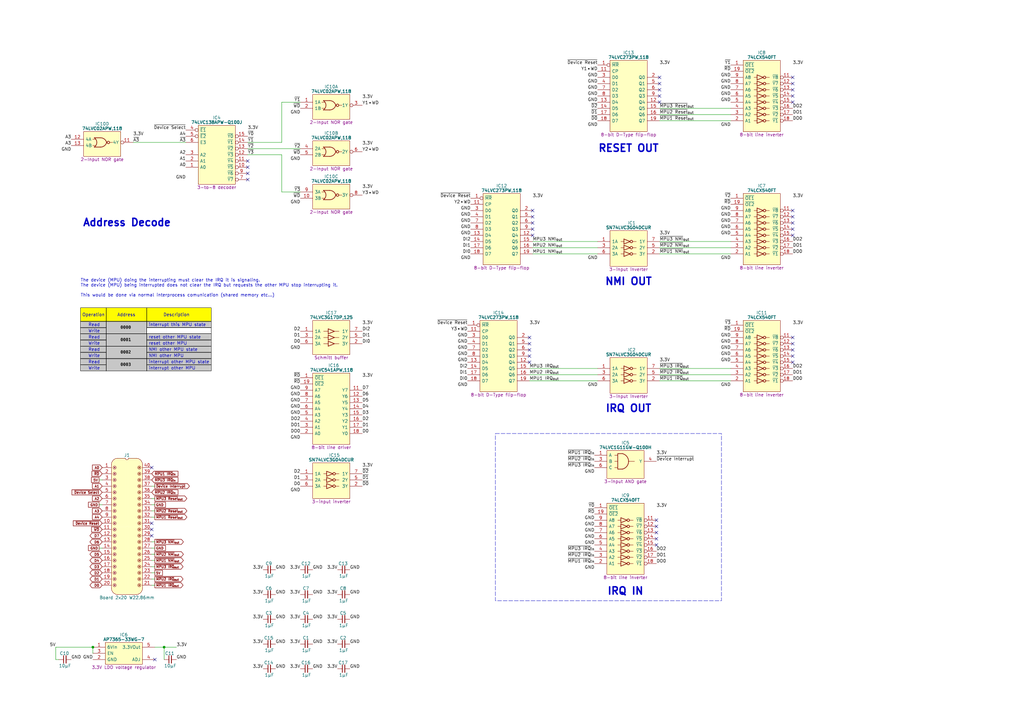
<source format=kicad_sch>
(kicad_sch (version 20250114) (generator "eeschema") (generator_version "9.0")
  (paper "A3")
  (title_block (title "Processor Full Device") (date "2025-09-17") (rev "V0"))
  (rectangle (start 60.198 149.606) (end 86.614 152.146) (stroke (width 0) (color 0 0 0 1)) (fill (type color) (color 199 199 199 1)))
  (rectangle (start 33.02 147.066) (end 43.561 149.606) (stroke (width 0) (color 0 0 0 1)) (fill (type color) (color 199 199 199 1)))
  (rectangle (start 43.561 136.906) (end 60.198 141.986) (stroke (width 0) (color 0 0 0 1)) (fill (type color) (color 199 199 199 1)))
  (rectangle (start 60.198 144.526) (end 86.614 147.066) (stroke (width 0) (color 0 0 0 1)) (fill (type color) (color 199 199 199 1)))
  (rectangle (start 203.2 177.8) (end 295.91 246.38) (stroke (width 0) (type dash)))
  (rectangle (start 60.198 136.906) (end 86.614 139.446) (stroke (width 0) (color 0 0 0 1)) (fill (type color) (color 199 199 199 1)))
  (rectangle (start 33.02 126.238) (end 43.561 131.826) (stroke (width 0) (color 0 0 0 1)) (fill (type color) (color 255 252 0 1)))
  (rectangle (start 60.198 131.826) (end 86.614 134.366) (stroke (width 0) (color 0 0 0 1)) (fill (type color) (color 199 199 199 1)))
  (rectangle (start 60.198 126.238) (end 86.614 131.826) (stroke (width 0) (color 0 0 0 1)) (fill (type color) (color 255 252 0 1)))
  (rectangle (start 60.198 147.066) (end 86.614 149.606) (stroke (width 0) (color 0 0 0 1)) (fill (type color) (color 199 199 199 1)))
  (rectangle (start 43.561 131.826) (end 60.198 136.906) (stroke (width 0) (color 0 0 0 1)) (fill (type color) (color 199 199 199 1)))
  (rectangle (start 33.02 136.906) (end 43.561 139.446) (stroke (width 0) (color 0 0 0 1)) (fill (type color) (color 199 199 199 1)))
  (rectangle (start 43.561 141.986) (end 60.198 147.066) (stroke (width 0) (color 0 0 0 1)) (fill (type color) (color 199 199 199 1)))
  (rectangle (start 33.02 141.986) (end 43.561 144.526) (stroke (width 0) (color 0 0 0 1)) (fill (type color) (color 199 199 199 1)))
  (rectangle (start 60.198 141.986) (end 86.614 144.526) (stroke (width 0) (color 0 0 0 1)) (fill (type color) (color 199 199 199 1)))
  (rectangle (start 33.02 149.606) (end 43.561 152.146) (stroke (width 0) (color 0 0 0 1)) (fill (type color) (color 199 199 199 1)))
  (rectangle (start 60.198 134.366) (end 86.614 136.906) (stroke (width 0) (color 0 0 0 1)))
  (rectangle (start 33.02 134.366) (end 43.561 136.906) (stroke (width 0) (color 0 0 0 1)) (fill (type color) (color 199 199 199 1)))
  (rectangle (start 33.02 139.446) (end 43.561 141.986) (stroke (width 0) (color 0 0 0 1)) (fill (type color) (color 199 199 199 1)))
  (rectangle (start 33.02 131.826) (end 43.561 134.366) (stroke (width 0) (color 0 0 0 1)) (fill (type color) (color 199 199 199 1)))
  (rectangle (start 33.02 144.526) (end 43.561 147.066) (stroke (width 0) (color 0 0 0 1)) (fill (type color) (color 199 199 199 1)))
  (rectangle (start 43.561 147.066) (end 60.198 152.146) (stroke (width 0) (color 0 0 0 1)) (fill (type color) (color 199 199 199 1)))
  (rectangle (start 60.198 139.446) (end 86.614 141.986) (stroke (width 0) (color 0 0 0 1)) (fill (type color) (color 199 199 199 1)))
  (rectangle (start 43.561 126.238) (end 60.198 131.826) (stroke (width 0) (color 0 0 0 1)) (fill (type color) (color 255 252 0 1)))
  (text "interrupt other MPU" (at 60.96 151.13 0) (effects (font (size 1.27 1.27)) (justify left)))
  (text "Operation" (at 38.354 129.286 0) (effects (font (size 1.27 1.27))))
  (text "Read" (at 38.608 133.35 0) (effects (font (size 1.27 1.27))))
  (text "Address Decode" (at 52.07 91.44 0) (effects (font (size 3 3) (thickness 0.6) (bold yes))))
  (text "0001" (at 51.562 139.954 0) (effects (font (size 1.27 1.27) (thickness 0.254) (bold yes))))
  (text "Read" (at 38.608 148.59 0) (effects (font (size 1.27 1.27))))
  (text "Write" (at 38.608 151.13 0) (effects (font (size 1.27 1.27))))
  (text "reset other MPU" (at 60.96 140.97 0) (effects (font (size 1.27 1.27)) (justify left)))
  (text "NMI other MPU state" (at 60.96 143.51 0) (effects (font (size 1.27 1.27)) (justify left)))
  (text "Read" (at 38.608 143.51 0) (effects (font (size 1.27 1.27))))
  (text "interrupt this MPU state" (at 60.96 133.35 0) (effects (font (size 1.27 1.27)) (justify left)))
  (text "IRQ IN" (at 256.54 242.57 0) (effects (font (size 3 3) (thickness 0.6) (bold yes))))
  (text "Address" (at 51.816 129.286 0) (effects (font (size 1.27 1.27))))
  (text "The device (MPU) doing the interrupting must clear the IRQ it is signaling.\nThe device (MPU) being interrupted does not clear the IRQ but requests the other MPU stop interrupting it.\n\nThis would be done via normal interprocess comunication (shared memory etc...)" (at 33.02 118.11 0) (effects (font (size 1.27 1.27)) (justify left)))
  (text "Write" (at 38.608 146.05 0) (effects (font (size 1.27 1.27))))
  (text "Write" (at 38.608 135.89 0) (effects (font (size 1.27 1.27))))
  (text "NMI OUT" (at 257.81 115.57 0) (effects (font (size 3 3) (thickness 0.6) (bold yes))))
  (text "Read" (at 38.608 138.43 0) (effects (font (size 1.27 1.27))))
  (text "interrupt other MPU state" (at 60.96 148.59 0) (effects (font (size 1.27 1.27)) (justify left)))
  (text "0003" (at 51.562 150.114 0) (effects (font (size 1.27 1.27) (thickness 0.254) (bold yes))))
  (text "NMI other MPU" (at 60.96 146.05 0) (effects (font (size 1.27 1.27)) (justify left)))
  (text "RESET OUT" (at 257.81 60.96 0) (effects (font (size 3 3) (thickness 0.6) (bold yes))))
  (text "Write" (at 38.608 140.97 0) (effects (font (size 1.27 1.27))))
  (text "IRQ OUT" (at 257.81 167.64 0) (effects (font (size 3 3) (thickness 0.6) (bold yes))))
  (text "0000" (at 51.562 134.874 0) (effects (font (size 1.27 1.27) (thickness 0.254) (bold yes))))
  (text "0002" (at 51.562 145.034 0) (effects (font (size 1.27 1.27) (thickness 0.254) (bold yes))))
  (text "reset other MPU state" (at 60.96 138.43 0) (effects (font (size 1.27 1.27)) (justify left)))
  (text "Description" (at 72.39 129.286 0) (effects (font (size 1.27 1.27))))
  (junction (at 38.1 265.43))
  (junction (at 67.31 265.43))
  (no_connect (at 101.6 71.12))
  (no_connect (at 325.12 140.97))
  (no_connect (at 325.12 96.52))
  (no_connect (at 325.12 36.83))
  (no_connect (at 101.6 68.58))
  (no_connect (at 269.24 220.98))
  (no_connect (at 325.12 143.51))
  (no_connect (at 325.12 148.59))
  (no_connect (at 325.12 93.98))
  (no_connect (at 63.5 270.51))
  (no_connect (at 218.44 93.98))
  (no_connect (at 101.6 66.04))
  (no_connect (at 325.12 86.36))
  (no_connect (at 325.12 88.9))
  (no_connect (at 218.44 96.52))
  (no_connect (at 270.51 39.37))
  (no_connect (at 217.17 146.05))
  (no_connect (at 325.12 138.43))
  (no_connect (at 217.17 148.59))
  (no_connect (at 62.23 217.17))
  (no_connect (at 325.12 39.37))
  (no_connect (at 325.12 91.44))
  (no_connect (at 269.24 218.44))
  (no_connect (at 325.12 34.29))
  (no_connect (at 218.44 91.44))
  (no_connect (at 269.24 213.36))
  (no_connect (at 218.44 86.36))
  (no_connect (at 270.51 34.29))
  (no_connect (at 325.12 41.91))
  (no_connect (at 62.23 219.71))
  (no_connect (at 217.17 143.51))
  (no_connect (at 270.51 36.83))
  (no_connect (at 270.51 31.75))
  (no_connect (at 269.24 223.52))
  (no_connect (at 325.12 146.05))
  (no_connect (at 269.24 215.9))
  (no_connect (at 217.17 140.97))
  (no_connect (at 218.44 88.9))
  (no_connect (at 325.12 31.75))
  (no_connect (at 62.23 191.77))
  (no_connect (at 101.6 73.66))
  (no_connect (at 217.17 138.43))
  (no_connect (at 62.23 214.63))
  (no_connect (at 270.51 41.91))
  (wire (pts (xy 270.51 44.45) (xy 299.72 44.45)))
  (wire (pts (xy 217.17 153.67) (xy 245.11 153.67)))
  (wire (pts (xy 115.57 58.42) (xy 115.57 41.91)))
  (wire (pts (xy 63.5 240.03) (xy 62.23 240.03)))
  (wire (pts (xy 67.31 270.51) (xy 67.31 265.43)))
  (wire (pts (xy 115.57 78.74) (xy 115.57 63.5)))
  (wire (pts (xy 270.51 153.67) (xy 299.72 153.67)))
  (wire (pts (xy 63.5 204.47) (xy 62.23 204.47)))
  (wire (pts (xy 22.86 265.43) (xy 38.1 265.43)))
  (wire (pts (xy 270.51 104.14) (xy 299.72 104.14)))
  (wire (pts (xy 115.57 41.91) (xy 123.19 41.91)))
  (wire (pts (xy 63.5 229.87) (xy 62.23 229.87)))
  (wire (pts (xy 38.1 265.43) (xy 38.1 267.97)))
  (wire (pts (xy 63.5 232.41) (xy 62.23 232.41)))
  (wire (pts (xy 63.5 234.95) (xy 62.23 234.95)))
  (wire (pts (xy 123.19 78.74) (xy 115.57 78.74)))
  (wire (pts (xy 40.64 207.01) (xy 41.91 207.01)))
  (wire (pts (xy 63.5 227.33) (xy 62.23 227.33)))
  (wire (pts (xy 101.6 58.42) (xy 115.57 58.42)))
  (wire (pts (xy 63.5 237.49) (xy 62.23 237.49)))
  (wire (pts (xy 63.5 265.43) (xy 67.31 265.43)))
  (wire (pts (xy 62.23 224.79) (xy 63.5 224.79)))
  (wire (pts (xy 63.5 199.39) (xy 62.23 199.39)))
  (wire (pts (xy 218.44 99.06) (xy 245.11 99.06)))
  (wire (pts (xy 270.51 101.6) (xy 299.72 101.6)))
  (wire (pts (xy 54.61 58.42) (xy 76.2 58.42)))
  (wire (pts (xy 270.51 151.13) (xy 299.72 151.13)))
  (wire (pts (xy 63.5 222.25) (xy 62.23 222.25)))
  (wire (pts (xy 22.86 265.43) (xy 22.86 270.51)))
  (wire (pts (xy 62.23 207.01) (xy 63.5 207.01)))
  (wire (pts (xy 217.17 156.21) (xy 245.11 156.21)))
  (wire (pts (xy 270.51 99.06) (xy 299.72 99.06)))
  (wire (pts (xy 40.64 224.79) (xy 41.91 224.79)))
  (wire (pts (xy 63.5 209.55) (xy 62.23 209.55)))
  (wire (pts (xy 63.5 212.09) (xy 62.23 212.09)))
  (wire (pts (xy 270.51 49.53) (xy 299.72 49.53)))
  (wire (pts (xy 270.51 156.21) (xy 299.72 156.21)))
  (wire (pts (xy 22.86 270.51) (xy 24.13 270.51)))
  (wire (pts (xy 115.57 63.5) (xy 101.6 63.5)))
  (wire (pts (xy 40.64 196.85) (xy 41.91 196.85)))
  (wire (pts (xy 270.51 46.99) (xy 299.72 46.99)))
  (wire (pts (xy 67.31 265.43) (xy 72.39 265.43)))
  (wire (pts (xy 217.17 151.13) (xy 245.11 151.13)))
  (wire (pts (xy 101.6 60.96) (xy 123.19 60.96)))
  (wire (pts (xy 218.44 101.6) (xy 245.11 101.6)))
  (wire (pts (xy 218.44 104.14) (xy 245.11 104.14)))
  (label "GND" (at 243.84 220.98 180))
  (label "DI0" (at 148.59 140.97 0))
  (label "3.3V" (at 107.95 264.16 180))
  (label "3.3V" (at 270.51 96.52 0))
  (label "3.3V" (at 270.51 26.67 0))
  (label "~{MPU3 IRQ}_{in}" (at 243.84 191.77 180))
  (label "~{D2}" (at 245.11 44.45 180))
  (label "GND" (at 143.51 233.68 0))
  (label "DI1" (at 191.77 153.67 180))
  (label "D5" (at 148.59 165.1 0))
  (label "GND" (at 299.72 52.07 180))
  (label "A0" (at 76.2 68.58 180))
  (label "~{Y0}" (at 243.84 208.28 180))
  (label "3.3V" (at 138.43 243.84 180))
  (label "GND" (at 299.72 143.51 180))
  (label "~{Y2}" (at 299.72 81.28 180))
  (label "~{MPU1 IRQ}_{in}" (at 243.84 231.14 180))
  (label "DO1" (at 123.19 175.26 180))
  (label "DI2" (at 191.77 151.13 180))
  (label "~{RD}" (at 299.72 29.21 180))
  (label "~{MPU1 IRQ}_{out}" (at 270.51 156.21 0))
  (label "~{MPU3 IRQ}_{out}" (at 270.51 151.13 0))
  (label "D1" (at 123.19 138.43 180))
  (label "DO1" (at 325.12 101.6 0))
  (label "DI1" (at 148.59 138.43 0))
  (label "GND" (at 299.72 96.52 180))
  (label "GND" (at 143.51 274.32 0))
  (label "GND" (at 243.84 215.9 180))
  (label "3.3V" (at 269.24 186.69 0))
  (label "GND" (at 72.39 270.51 0))
  (label "A1" (at 76.2 66.04 180))
  (label "GND" (at 143.51 264.16 0))
  (label "D4" (at 148.59 167.64 0))
  (label "GND" (at 123.19 83.82 180))
  (label "~{MPU2 Reset}_{out}" (at 270.51 46.99 0))
  (label "Y3•WD" (at 191.77 135.89 180))
  (label "3.3V" (at 270.51 148.59 0))
  (label "D0" (at 123.19 199.39 180))
  (label "GND" (at 128.27 274.32 0))
  (label "D6" (at 148.59 162.56 0))
  (label "D0" (at 148.59 177.8 0))
  (label "MPU2 IRQ_{out}" (at 217.17 153.67 0))
  (label "DO0" (at 325.12 49.53 0))
  (label "GND" (at 113.03 243.84 0))
  (label "3.3V" (at 101.6 53.34 0))
  (label "~{Device Reset}" (at 191.77 133.35 180))
  (label "3.3V" (at 217.17 133.35 0))
  (label "GND" (at 191.77 158.75 180))
  (label "3.3V" (at 107.95 233.68 180))
  (label "GND" (at 245.11 52.07 180))
  (label "GND" (at 29.21 270.51 0))
  (label "5V" (at 22.86 265.43 180))
  (label "GND" (at 299.72 91.44 180))
  (label "GND" (at 299.72 148.59 180))
  (label "~{Y1}" (at 123.19 41.91 180))
  (label "GND" (at 143.51 243.84 0))
  (label "3.3V" (at 107.95 274.32 180))
  (label "~{D2}" (at 148.59 194.31 0))
  (label "DO1" (at 325.12 46.99 0))
  (label "3.3V" (at 138.43 233.68 180))
  (label "GND" (at 299.72 31.75 180))
  (label "DO0" (at 269.24 231.14 0))
  (label "GND" (at 193.04 91.44 180))
  (label "GND" (at 191.77 138.43 180))
  (label "~{RD}" (at 299.72 83.82 180))
  (label "D2" (at 123.19 194.31 180))
  (label "~{MPU3 Reset}_{out}" (at 270.51 44.45 0))
  (label "GND" (at 123.19 201.93 180))
  (label "DO1" (at 325.12 153.67 0))
  (label "GND" (at 113.03 233.68 0))
  (label "D3" (at 148.59 170.18 0))
  (label "DO2" (at 269.24 226.06 0))
  (label "3.3V" (at 123.19 233.68 180))
  (label "~{RD}" (at 123.19 154.94 180))
  (label "GND" (at 245.11 39.37 180))
  (label "~{Y1}" (at 101.6 58.42 0))
  (label "GND" (at 123.19 180.34 180))
  (label "GND" (at 299.72 93.98 180))
  (label "GND" (at 38.1 270.51 180))
  (label "GND" (at 243.84 213.36 180))
  (label "~{Y0}" (at 101.6 55.88 0))
  (label "3.3V" (at 325.12 26.67 0))
  (label "Y2•WD" (at 148.59 62.23 0))
  (label "3.3V" (at 138.43 254 180))
  (label "GND" (at 245.11 158.75 180))
  (label "D7" (at 148.59 160.02 0))
  (label "GND" (at 299.72 138.43 180))
  (label "~{MPU2 IRQ}_{in}" (at 243.84 228.6 180))
  (label "GND" (at 299.72 158.75 180))
  (label "GND" (at 123.19 162.56 180))
  (label "~{MPU2 NMI}_{out}" (at 270.51 101.6 0))
  (label "DO1" (at 269.24 228.6 0))
  (label "~{RD}" (at 243.84 210.82 180))
  (label "DO0" (at 325.12 104.14 0))
  (label "3.3V" (at 107.95 243.84 180))
  (label "GND" (at 191.77 146.05 180))
  (label "~{WD}" (at 123.19 63.5 180))
  (label "MPU1 IRQ_{out}" (at 217.17 156.21 0))
  (label "GND" (at 113.03 254 0))
  (label "~{D1}" (at 245.11 46.99 180))
  (label "GND" (at 193.04 88.9 180))
  (label "~{MPU3 NMI}_{out}" (at 270.51 99.06 0))
  (label "~{MPU1 IRQ}_{in}" (at 243.84 186.69 180))
  (label "DI0" (at 193.04 104.14 180))
  (label "GND" (at 193.04 86.36 180))
  (label "GND" (at 113.03 274.32 0))
  (label "GND" (at 128.27 233.68 0))
  (label "~{D0}" (at 245.11 49.53 180))
  (label "~{D0}" (at 148.59 199.39 0))
  (label "Y1•WD" (at 245.11 29.21 180))
  (label "D1" (at 123.19 196.85 180))
  (label "GND" (at 243.84 194.31 180))
  (label "3.3V" (at 325.12 81.28 0))
  (label "GND" (at 299.72 146.05 180))
  (label "3.3V" (at 148.59 40.64 0))
  (label "A4" (at 76.2 55.88 180))
  (label "~{Y3}" (at 299.72 133.35 180))
  (label "~{A3}" (at 76.2 58.42 180))
  (label "DI2" (at 193.04 99.06 180))
  (label "~{Device Reset}" (at 193.04 81.28 180))
  (label "~{MPU2 IRQ}_{in}" (at 243.84 189.23 180))
  (label "~{RD}" (at 123.19 157.48 180))
  (label "~{WD}" (at 123.19 44.45 180))
  (label "DO0" (at 325.12 156.21 0))
  (label "GND" (at 299.72 36.83 180))
  (label "GND" (at 128.27 264.16 0))
  (label "GND" (at 123.19 167.64 180))
  (label "GND" (at 123.19 143.51 180))
  (label "~{RD}" (at 299.72 135.89 180))
  (label "GND" (at 245.11 36.83 180))
  (label "~{D1}" (at 148.59 196.85 0))
  (label "GND" (at 299.72 88.9 180))
  (label "GND" (at 113.03 264.16 0))
  (label "DO2" (at 325.12 99.06 0))
  (label "3.3V" (at 269.24 208.28 0))
  (label "Y2•WD" (at 193.04 83.82 180))
  (label "GND" (at 193.04 93.98 180))
  (label "~{MPU3 IRQ}_{in}" (at 243.84 226.06 180))
  (label "DI1" (at 193.04 101.6 180))
  (label "GND" (at 76.2 73.66 180))
  (label "Y1•WD" (at 148.59 43.18 0))
  (label "GND" (at 123.19 165.1 180))
  (label "3.3V" (at 148.59 154.94 0))
  (label "~{Y3}" (at 101.6 63.5 0))
  (label "3.3V" (at 72.39 265.43 0))
  (label "Y3•WD" (at 148.59 80.01 0))
  (label "3.3V" (at 218.44 81.28 0))
  (label "3.3V" (at 325.12 133.35 0))
  (label "A2" (at 76.2 63.5 180))
  (label "A3" (at 29.21 57.15 180))
  (label "GND" (at 245.11 31.75 180))
  (label "D2" (at 123.19 135.89 180))
  (label "GND" (at 123.19 46.99 180))
  (label "DO2" (at 123.19 172.72 180))
  (label "3.3V" (at 138.43 274.32 180))
  (label "3.3V" (at 148.59 133.35 0))
  (label "GND" (at 299.72 86.36 180))
  (label "GND" (at 243.84 218.44 180))
  (label "3.3V" (at 123.19 254 180))
  (label "D2" (at 148.59 172.72 0))
  (label "DO2" (at 325.12 151.13 0))
  (label "MPU2 NMI_{out}" (at 218.44 101.6 0))
  (label "GND" (at 143.51 254 0))
  (label "GND" (at 299.72 34.29 180))
  (label "3.3V" (at 138.43 264.16 180))
  (label "GND" (at 243.84 223.52 180))
  (label "D0" (at 123.19 140.97 180))
  (label "GND" (at 245.11 34.29 180))
  (label "GND" (at 245.11 106.68 180))
  (label "GND" (at 191.77 148.59 180))
  (label "3.3V" (at 148.59 191.77 0))
  (label "~{WD}" (at 123.19 81.28 180))
  (label "GND" (at 128.27 254 0))
  (label "~{Y1}" (at 299.72 26.67 180))
  (label "DO0" (at 123.19 177.8 180))
  (label "GND" (at 193.04 96.52 180))
  (label "A3" (at 29.21 59.69 180))
  (label "GND" (at 299.72 41.91 180))
  (label "~{A3}" (at 54.61 58.42 0))
  (label "~{MPU1 Reset}_{out}" (at 270.51 49.53 0))
  (label "GND" (at 299.72 140.97 180))
  (label "DI0" (at 191.77 156.21 180))
  (label "GND" (at 299.72 39.37 180))
  (label "GND" (at 243.84 233.68 180))
  (label "3.3V" (at 123.19 243.84 180))
  (label "~{Device Interrupt}" (at 269.24 189.23 0))
  (label "GND" (at 193.04 106.68 180))
  (label "MPU1 NMI_{out}" (at 218.44 104.14 0))
  (label "GND" (at 191.77 143.51 180))
  (label "GND" (at 299.72 106.68 180))
  (label "~{Device Reset}" (at 245.11 26.67 180))
  (label "MPU3 IRQ_{out}" (at 217.17 151.13 0))
  (label "D1" (at 148.59 175.26 0))
  (label "GND" (at 29.21 62.23 180))
  (label "~{MPU2 IRQ}_{out}" (at 270.51 153.67 0))
  (label "~{Device Select}" (at 76.2 53.34 180))
  (label "~{Y2}" (at 101.6 60.96 0))
  (label "~{Y2}" (at 123.19 60.96 180))
  (label "3.3V" (at 123.19 264.16 180))
  (label "DI2" (at 148.59 135.89 0))
  (label "~{Y3}" (at 123.19 78.74 180))
  (label "3.3V" (at 148.59 59.69 0))
  (label "~{MPU1 NMI}_{out}" (at 270.51 104.14 0))
  (label "MPU3 NMI_{out}" (at 218.44 99.06 0))
  (label "GND" (at 123.19 170.18 180))
  (label "DO2" (at 325.12 44.45 0))
  (label "GND" (at 128.27 243.84 0))
  (label "3.3V" (at 54.61 55.88 0))
  (label "3.3V" (at 123.19 274.32 180))
  (label "3.3V" (at 107.95 254 180))
  (label "GND" (at 245.11 41.91 180))
  (label "GND" (at 123.19 66.04 180))
  (label "GND" (at 191.77 140.97 180))
  (label "GND" (at 123.19 160.02 180))
  (label "3.3V" (at 148.59 77.47 0))
  (global_label "~{MPU2 Reset}_{out}" (shape output) (at 63.5 209.55 0) (effects (font (size 1 1) (thickness 0.2) (bold yes))) (property "Intersheetrefs" "${INTERSHEET_REFS}" (effects (hide yes))))
  (global_label "D4" (shape tri_state) (at 41.91 229.87 180) (effects (font (size 1 1) (thickness 0.2) (bold yes))) (property "Intersheetrefs" "${INTERSHEET_REFS}" (effects (hide yes))))
  (global_label "~{WD}" (shape input) (at 41.91 217.17 180) (effects (font (size 1 1) (thickness 0.2) (bold yes))) (property "Intersheetrefs" "${INTERSHEET_REFS}" (effects (hide yes))))
  (global_label "~{MPU3 NMI}_{out}" (shape output) (at 63.5 222.25 0) (effects (font (size 1 1) (thickness 0.2) (bold yes))) (property "Intersheetrefs" "${INTERSHEET_REFS}" (effects (hide yes))))
  (global_label "~{MPU1 IRQ}_{out}" (shape output) (at 63.5 240.03 0) (effects (font (size 1 1) (thickness 0.2) (bold yes))) (property "Intersheetrefs" "${INTERSHEET_REFS}" (effects (hide yes))))
  (global_label "~{Device Reset}" (shape input) (at 41.91 214.63 180) (effects (font (size 1 1) (thickness 0.2) (bold yes))) (property "Intersheetrefs" "${INTERSHEET_REFS}" (effects (hide yes))))
  (global_label "A0" (shape input) (at 41.91 191.77 180) (effects (font (size 1 1) (thickness 0.2) (bold yes))) (property "Intersheetrefs" "${INTERSHEET_REFS}" (effects (hide yes))))
  (global_label "~{MPU3 IRQ}_{in}" (shape input) (at 62.23 196.85 0) (effects (font (size 1 1) (thickness 0.2) (bold yes))) (property "Intersheetrefs" "${INTERSHEET_REFS}" (effects (hide yes))))
  (global_label "~{Device Select}" (shape input) (at 41.91 201.93 180) (effects (font (size 1 1) (thickness 0.2) (bold yes))) (property "Intersheetrefs" "${INTERSHEET_REFS}" (effects (hide yes))))
  (global_label "~{MPU1 Reset}_{out}" (shape output) (at 63.5 212.09 0) (effects (font (size 1 1) (thickness 0.2) (bold yes))) (property "Intersheetrefs" "${INTERSHEET_REFS}" (effects (hide yes))))
  (global_label "D5" (shape tri_state) (at 41.91 227.33 180) (effects (font (size 1 1) (thickness 0.2) (bold yes))) (property "Intersheetrefs" "${INTERSHEET_REFS}" (effects (hide yes))))
  (global_label "D7" (shape tri_state) (at 41.91 219.71 180) (effects (font (size 1 1) (thickness 0.2) (bold yes))) (property "Intersheetrefs" "${INTERSHEET_REFS}" (effects (hide yes))))
  (global_label "D2" (shape tri_state) (at 41.91 234.95 180) (effects (font (size 1 1) (thickness 0.2) (bold yes))) (property "Intersheetrefs" "${INTERSHEET_REFS}" (effects (hide yes))))
  (global_label "A1" (shape input) (at 41.91 199.39 180) (effects (font (size 1 1) (thickness 0.2) (bold yes))) (property "Intersheetrefs" "${INTERSHEET_REFS}" (effects (hide yes))))
  (global_label "A2" (shape input) (at 41.91 204.47 180) (effects (font (size 1 1) (thickness 0.2) (bold yes))) (property "Intersheetrefs" "${INTERSHEET_REFS}" (effects (hide yes))))
  (global_label "A4" (shape input) (at 41.91 212.09 180) (effects (font (size 1 1) (thickness 0.2) (bold yes))) (property "Intersheetrefs" "${INTERSHEET_REFS}" (effects (hide yes))))
  (global_label "5V" (shape passive) (at 40.64 196.85 180) (effects (font (size 1 1) (thickness 0.2) (bold yes))) (property "Intersheetrefs" "${INTERSHEET_REFS}" (effects (hide yes))))
  (global_label "~{MPU2 IRQ}_{out}" (shape output) (at 63.5 237.49 0) (effects (font (size 1 1) (thickness 0.2) (bold yes))) (property "Intersheetrefs" "${INTERSHEET_REFS}" (effects (hide yes))))
  (global_label "GND" (shape passive) (at 63.5 207.01 0) (effects (font (size 1 1) (thickness 0.2) (bold yes))) (property "Intersheetrefs" "${INTERSHEET_REFS}" (effects (hide yes))))
  (global_label "5V" (shape passive) (at 63.5 234.95 0) (effects (font (size 1 1) (thickness 0.2) (bold yes))) (property "Intersheetrefs" "${INTERSHEET_REFS}" (effects (hide yes))))
  (global_label "~{Device Interrupt}" (shape output) (at 63.5 199.39 0) (effects (font (size 1 1) (thickness 0.2) (bold yes))) (property "Intersheetrefs" "${INTERSHEET_REFS}" (effects (hide yes))))
  (global_label "GND" (shape passive) (at 40.64 207.01 180) (effects (font (size 1 1) (thickness 0.2) (bold yes))) (property "Intersheetrefs" "${INTERSHEET_REFS}" (effects (hide yes))))
  (global_label "GND" (shape passive) (at 63.5 224.79 0) (effects (font (size 1 1) (thickness 0.2) (bold yes))) (property "Intersheetrefs" "${INTERSHEET_REFS}" (effects (hide yes))))
  (global_label "D6" (shape tri_state) (at 41.91 222.25 180) (effects (font (size 1 1) (thickness 0.2) (bold yes))) (property "Intersheetrefs" "${INTERSHEET_REFS}" (effects (hide yes))))
  (global_label "D3" (shape tri_state) (at 41.91 232.41 180) (effects (font (size 1 1) (thickness 0.2) (bold yes))) (property "Intersheetrefs" "${INTERSHEET_REFS}" (effects (hide yes))))
  (global_label "~{MPU3 Reset}_{out}" (shape output) (at 63.5 204.47 0) (effects (font (size 1 1) (thickness 0.2) (bold yes))) (property "Intersheetrefs" "${INTERSHEET_REFS}" (effects (hide yes))))
  (global_label "~{MPU1 NMI}_{out}" (shape output) (at 63.5 229.87 0) (effects (font (size 1 1) (thickness 0.2) (bold yes))) (property "Intersheetrefs" "${INTERSHEET_REFS}" (effects (hide yes))))
  (global_label "~{MPU1 IRQ}_{in}" (shape input) (at 62.23 194.31 0) (effects (font (size 1 1) (thickness 0.2) (bold yes))) (property "Intersheetrefs" "${INTERSHEET_REFS}" (effects (hide yes))))
  (global_label "~{MPU2 NMI}_{out}" (shape output) (at 63.5 227.33 0) (effects (font (size 1 1) (thickness 0.2) (bold yes))) (property "Intersheetrefs" "${INTERSHEET_REFS}" (effects (hide yes))))
  (global_label "D1" (shape tri_state) (at 41.91 237.49 180) (effects (font (size 1 1) (thickness 0.2) (bold yes))) (property "Intersheetrefs" "${INTERSHEET_REFS}" (effects (hide yes))))
  (global_label "~{MPU3 IRQ}_{out}" (shape output) (at 63.5 232.41 0) (effects (font (size 1 1) (thickness 0.2) (bold yes))) (property "Intersheetrefs" "${INTERSHEET_REFS}" (effects (hide yes))))
  (global_label "GND" (shape passive) (at 40.64 224.79 180) (effects (font (size 1 1) (thickness 0.2) (bold yes))) (property "Intersheetrefs" "${INTERSHEET_REFS}" (effects (hide yes))))
  (global_label "~{RD}" (shape input) (at 41.91 194.31 180) (effects (font (size 1 1) (thickness 0.2) (bold yes))) (property "Intersheetrefs" "${INTERSHEET_REFS}" (effects (hide yes))))
  (global_label "A3" (shape input) (at 41.91 209.55 180) (effects (font (size 1 1) (thickness 0.2) (bold yes))) (property "Intersheetrefs" "${INTERSHEET_REFS}" (effects (hide yes))))
  (global_label "D0" (shape tri_state) (at 41.91 240.03 180) (effects (font (size 1 1) (thickness 0.2) (bold yes))) (property "Intersheetrefs" "${INTERSHEET_REFS}" (effects (hide yes))))
  (global_label "~{MPU2 IRQ}_{in}" (shape input) (at 62.23 201.93 0) (effects (font (size 1 1) (thickness 0.2) (bold yes))) (property "Intersheetrefs" "${INTERSHEET_REFS}" (effects (hide yes))))
  (symbol (lib_id "HCP65:C_0805") (at 107.95 264.16 0) (unit 1)
    (property "Reference" "C15" (at 110.236 261.62 0))
    (property "Value" "1μF" (at 110.49 266.7 0))
    (property "Footprint" "SamacSys_Parts:C_0805" (effects (hide yes)))
  )
  (symbol (lib_id "Nexperia:74LVC02APW,118_Multi") (at 123.19 78.74 0) (unit 3)
    (property "Reference" "IC10" (at 135.89 72.39 0))
    (property "Value" "74LVC02APW,118" (at 135.89 74.295 0) (effects (font (bold yes))))
    (property "Footprint" "SamacSys_Parts:SOP65P640X110-14N" (effects (hide yes)))
    (property "Datasheet" "https://assets.nexperia.com/documents/data-sheet/74LVC02A.pdf" (effects (hide yes)))
    (property "Description" "2-Input NOR gate" (at 135.89 86.995 0))
    (property "Height" "1.1" (effects (hide yes)))
    (property "Mouser Part Number" "771-74LVC02APW-T" (effects (hide yes)))
    (property "Mouser Price/Stock" "https://www.mouser.co.uk/ProductDetail/Nexperia/74LVC02APW118?qs=me8TqzrmIYX6VnwIC2vA2w%3D%3D" (effects (hide yes)))
    (property "Manufacturer_Name" "Nexperia" (effects (hide yes)))
    (property "Manufacturer_Part_Number" "74LVC02APW,118" (effects (hide yes)))
    (property "Silkscreen" "74LVC02" (effects (hide yes)))
    (property "Garbage" "Nexperia 74LVC02APW,118, Quad 2-Input NOR Logic Gate, 14-Pin TSSOP" (effects (hide yes)))
  )
  (symbol (lib_id "Texas_Instruments:SN74LVC3G04DCUR") (at 245.11 99.06 0) (unit 1)
    (property "Reference" "IC1" (at 259.08 91.44 0))
    (property "Value" "SN74LVC3G04DCUR" (at 257.81 93.345 0) (effects (font (bold yes))))
    (property "Footprint" "SamacSys_Parts:SOP50P310X90-8N" (effects (hide yes)))
    (property "Datasheet" "http://www.ti.com/lit/gpn/sn74lvc3g04" (effects (hide yes)))
    (property "Description" "3-input inverter" (at 257.81 110.49 0))
    (property "Height" "0.9" (effects (hide yes)))
    (property "Manufacturer_Name" "Texas Instruments" (effects (hide yes)))
    (property "Manufacturer_Part_Number" "SN74LVC3G04DCUR" (effects (hide yes)))
    (property "Mouser Part Number" "595-SN74LVC3G04DCUR" (effects (hide yes)))
    (property "Mouser Price/Stock" "https://www.mouser.co.uk/ProductDetail/Texas-Instruments/SN74LVC3G04DCUR?qs=vxEfx8VrU7ChLh1GswJlmg%3D%3D" (effects (hide yes)))
    (property "Silkscreen" "'3G04" (effects (hide yes)))
  )
  (symbol (lib_id "HCP65:C_0805") (at 138.43 254 0) (unit 1)
    (property "Reference" "C5" (at 140.716 251.46 0))
    (property "Value" "1μF" (at 140.97 256.54 0))
    (property "Footprint" "SamacSys_Parts:C_0805" (effects (hide yes)))
  )
  (symbol (lib_id "Nexperia:74LVC273PW,118") (at 245.11 26.67 0) (unit 1)
    (property "Reference" "IC13" (at 257.81 21.59 0))
    (property "Value" "74LVC273PW,118" (at 257.81 23.495 0) (effects (font (bold yes))))
    (property "Footprint" "SamacSys_Parts:SOP65P640X110-20N" (effects (hide yes)))
    (property "Datasheet" "https://assets.nexperia.com/documents/data-sheet/74LVC273.pdf" (effects (hide yes)))
    (property "Description" "8-bit D-Type flip-flop" (at 257.81 55.245 0))
    (property "Height" "1.1" (effects (hide yes)))
    (property "Manufacturer_Name" "Nexperia" (effects (hide yes)))
    (property "Manufacturer_Part_Number" "74LVC273PW,118" (effects (hide yes)))
    (property "Mouser Part Number" "771-74LVC273PW-T" (effects (hide yes)))
    (property "Mouser Price/Stock" "https://www.mouser.com/Search/Refine.aspx?Keyword=771-74LVC273PW-T" (effects (hide yes)))
    (property "Silkscreen" "74LVC273" (effects (hide yes)))
  )
  (symbol (lib_id "Toshiba:74LCX540FT") (at 299.72 26.67 0) (unit 1)
    (property "Reference" "IC8" (at 312.42 21.59 0))
    (property "Value" "74LCX540FT" (at 312.42 23.495 0) (effects (font (bold yes))))
    (property "Footprint" "SamacSys_Parts:SOP65P640X120-20N" (effects (hide yes)))
    (property "Datasheet" "https://www.mouser.co.za/datasheet/2/408/74LCX540FT_datasheet_en_20140624-2936694.pdf" (effects (hide yes)))
    (property "Description" "8-bit line inverter" (at 312.42 55.245 0))
    (property "Height" "1.2" (effects (hide yes)))
    (property "Manufacturer_Name" "Toshiba" (effects (hide yes)))
    (property "Manufacturer_Part_Number" "74LCX540FT" (effects (hide yes)))
    (property "Mouser Part Number" "757-74LCX540FT" (effects (hide yes)))
    (property "Mouser Price/Stock" "https://www.mouser.co.uk/ProductDetail/Toshiba/74LCX540FT?qs=j%252B1pi9TdxUZ5WRQP9dEtMg%3D%3D" (effects (hide yes)))
    (property "Arrow Part Number" "74LCX540FT" (effects (hide yes)))
    (property "Arrow Price/Stock" "https://www.arrow.com/en/products/74lcx540ft/toshiba" (effects (hide yes)))
    (property "Silkscreen" "74LCX540" (effects (hide yes)))
    (property "Garbage" "Buffers & Line Drivers LCX TSSOP 20 CMOS LOGIC" (effects (hide yes)))
  )
  (symbol (lib_id "HCP65:C_0805") (at 107.95 243.84 0) (unit 1)
    (property "Reference" "C6" (at 110.236 241.3 0))
    (property "Value" "1μF" (at 110.49 246.38 0))
    (property "Footprint" "SamacSys_Parts:C_0805" (effects (hide yes)))
  )
  (symbol (lib_id "Texas_Instruments:SN74LVC3G04DCUR") (at 123.19 194.31 0) (unit 1)
    (property "Reference" "IC15" (at 137.16 186.69 0))
    (property "Value" "SN74LVC3G04DCUR" (at 135.89 188.595 0) (effects (font (bold yes))))
    (property "Footprint" "SamacSys_Parts:SOP50P310X90-8N" (effects (hide yes)))
    (property "Datasheet" "http://www.ti.com/lit/gpn/sn74lvc3g04" (effects (hide yes)))
    (property "Description" "3-input inverter" (at 135.89 205.74 0))
    (property "Height" "0.9" (effects (hide yes)))
    (property "Manufacturer_Name" "Texas Instruments" (effects (hide yes)))
    (property "Manufacturer_Part_Number" "SN74LVC3G04DCUR" (effects (hide yes)))
    (property "Mouser Part Number" "595-SN74LVC3G04DCUR" (effects (hide yes)))
    (property "Mouser Price/Stock" "https://www.mouser.co.uk/ProductDetail/Texas-Instruments/SN74LVC3G04DCUR?qs=vxEfx8VrU7ChLh1GswJlmg%3D%3D" (effects (hide yes)))
    (property "Silkscreen" "'3G04" (effects (hide yes)))
  )
  (symbol (lib_id "HCP65:C_0805") (at 123.19 264.16 0) (unit 1)
    (property "Reference" "C1" (at 125.476 261.62 0))
    (property "Value" "1μF" (at 125.73 266.7 0))
    (property "Footprint" "SamacSys_Parts:C_0805" (effects (hide yes)))
  )
  (symbol (lib_id "Toshiba:74LCX540FT") (at 299.72 81.28 0) (unit 1)
    (property "Reference" "IC7" (at 312.42 76.2 0))
    (property "Value" "74LCX540FT" (at 312.42 78.105 0) (effects (font (bold yes))))
    (property "Footprint" "SamacSys_Parts:SOP65P640X120-20N" (effects (hide yes)))
    (property "Datasheet" "https://www.mouser.co.za/datasheet/2/408/74LCX540FT_datasheet_en_20140624-2936694.pdf" (effects (hide yes)))
    (property "Description" "8-bit line inverter" (at 312.42 109.855 0))
    (property "Height" "1.2" (effects (hide yes)))
    (property "Manufacturer_Name" "Toshiba" (effects (hide yes)))
    (property "Manufacturer_Part_Number" "74LCX540FT" (effects (hide yes)))
    (property "Mouser Part Number" "757-74LCX540FT" (effects (hide yes)))
    (property "Mouser Price/Stock" "https://www.mouser.co.uk/ProductDetail/Toshiba/74LCX540FT?qs=j%252B1pi9TdxUZ5WRQP9dEtMg%3D%3D" (effects (hide yes)))
    (property "Arrow Part Number" "74LCX540FT" (effects (hide yes)))
    (property "Arrow Price/Stock" "https://www.arrow.com/en/products/74lcx540ft/toshiba" (effects (hide yes)))
    (property "Silkscreen" "74LCX540" (effects (hide yes)))
    (property "Garbage" "Buffers & Line Drivers LCX TSSOP 20 CMOS LOGIC" (effects (hide yes)))
  )
  (symbol (lib_id "Toshiba:74LCX540FT") (at 299.72 133.35 0) (unit 1)
    (property "Reference" "IC11" (at 312.42 128.27 0))
    (property "Value" "74LCX540FT" (at 312.42 130.175 0) (effects (font (bold yes))))
    (property "Footprint" "SamacSys_Parts:SOP65P640X120-20N" (effects (hide yes)))
    (property "Datasheet" "https://www.mouser.co.za/datasheet/2/408/74LCX540FT_datasheet_en_20140624-2936694.pdf" (effects (hide yes)))
    (property "Description" "8-bit line inverter" (at 312.42 161.925 0))
    (property "Height" "1.2" (effects (hide yes)))
    (property "Manufacturer_Name" "Toshiba" (effects (hide yes)))
    (property "Manufacturer_Part_Number" "74LCX540FT" (effects (hide yes)))
    (property "Mouser Part Number" "757-74LCX540FT" (effects (hide yes)))
    (property "Mouser Price/Stock" "https://www.mouser.co.uk/ProductDetail/Toshiba/74LCX540FT?qs=j%252B1pi9TdxUZ5WRQP9dEtMg%3D%3D" (effects (hide yes)))
    (property "Arrow Part Number" "74LCX540FT" (effects (hide yes)))
    (property "Arrow Price/Stock" "https://www.arrow.com/en/products/74lcx540ft/toshiba" (effects (hide yes)))
    (property "Silkscreen" "74LCX540" (effects (hide yes)))
    (property "Garbage" "Buffers & Line Drivers LCX TSSOP 20 CMOS LOGIC" (effects (hide yes)))
  )
  (symbol (lib_id "HCP65:C_0805") (at 123.19 274.32 0) (unit 1)
    (property "Reference" "C16" (at 125.476 271.78 0))
    (property "Value" "1μF" (at 125.73 276.86 0))
    (property "Footprint" "SamacSys_Parts:C_0805" (effects (hide yes)))
  )
  (symbol (lib_id "Nexperia:74LVC138APW-Q100J") (at 76.2 51.435 0) (unit 1)
    (property "Reference" "IC4" (at 88.9 48.26 0))
    (property "Value" "74LVC138APW-Q100J" (at 88.9 50.165 0) (effects (font (bold yes))))
    (property "Footprint" "SamacSys_Parts:SOP65P640X110-16N" (effects (hide yes)))
    (property "Datasheet" "https://assets.nexperia.com/documents/data-sheet/74LVC138A_Q100.pdf" (effects (hide yes)))
    (property "Description" "3-to-8 decoder" (at 88.9 76.835 0))
    (property "Height" "1.1" (effects (hide yes)))
    (property "Mouser Part Number" "771-74LVC138APWQ100J" (effects (hide yes)))
    (property "Mouser Price/Stock" "https://www.mouser.co.uk/ProductDetail/Nexperia/74LVC138APW-Q100J?qs=fi7yB2oewZnXKE82xo%252BhJQ%3D%3D" (effects (hide yes)))
    (property "Manufacturer_Name" "Nexperia" (effects (hide yes)))
    (property "Manufacturer_Part_Number" "74LVC138APW-Q100J" (effects (hide yes)))
    (property "Silkscreen" "74LVC138" (effects (hide yes)))
  )
  (symbol (lib_id "Nexperia:74LVC02APW,118_Multi") (at 123.19 60.96 0) (unit 2)
    (property "Reference" "IC10" (at 135.89 54.61 0))
    (property "Value" "74LVC02APW,118" (at 135.89 56.515 0) (effects (font (bold yes))))
    (property "Footprint" "SamacSys_Parts:SOP65P640X110-14N" (effects (hide yes)))
    (property "Datasheet" "https://assets.nexperia.com/documents/data-sheet/74LVC02A.pdf" (effects (hide yes)))
    (property "Description" "2-Input NOR gate" (at 135.89 69.215 0))
    (property "Height" "1.1" (effects (hide yes)))
    (property "Mouser Part Number" "771-74LVC02APW-T" (effects (hide yes)))
    (property "Mouser Price/Stock" "https://www.mouser.co.uk/ProductDetail/Nexperia/74LVC02APW118?qs=me8TqzrmIYX6VnwIC2vA2w%3D%3D" (effects (hide yes)))
    (property "Manufacturer_Name" "Nexperia" (effects (hide yes)))
    (property "Manufacturer_Part_Number" "74LVC02APW,118" (effects (hide yes)))
    (property "Silkscreen" "74LVC02" (effects (hide yes)))
    (property "Garbage" "Nexperia 74LVC02APW,118, Quad 2-Input NOR Logic Gate, 14-Pin TSSOP" (effects (hide yes)))
  )
  (symbol (lib_id "Nexperia:74LVC1G11GW-Q100H") (at 243.84 186.69 0) (unit 1)
    (property "Reference" "IC5" (at 256.54 181.61 0))
    (property "Value" "74LVC1G11GW-Q100H" (at 256.54 183.515 0) (effects (font (bold yes))))
    (property "Footprint" "SamacSys_Parts:SOP65P210X110-6N" (effects (hide yes)))
    (property "Datasheet" "https://assets.nexperia.com/documents/data-sheet/74LVC1G11_Q100.pdf" (effects (hide yes)))
    (property "Description" "3-input AND gate" (at 256.54 197.485 0))
    (property "Height" "1.1" (effects (hide yes)))
    (property "Manufacturer_Name" "Nexperia" (effects (hide yes)))
    (property "Manufacturer_Part_Number" "74LVC1G11GW-Q100H" (effects (hide yes)))
    (property "Mouser Part Number" "771-74LVC1G11GWQ100H" (effects (hide yes)))
    (property "Mouser Price/Stock" "https://www.mouser.co.uk/ProductDetail/Nexperia/74LVC1G11GW-Q100H?qs=cbprxTG2Yq8FEeh2WZ6ztg%3D%3D" (effects (hide yes)))
    (property "Silkscreen" "'1G11" (effects (hide yes)))
    (property "Garbage" "74LVC1G11-Q100 - Single 3-input AND gate@en-us" (effects (hide yes)))
  )
  (symbol (lib_id "Nexperia:74LVC02APW,118_Multi") (at 29.21 57.15 0) (unit 4)
    (property "Reference" "IC10" (at 41.91 50.8 0))
    (property "Value" "74LVC02APW,118" (at 41.91 52.705 0) (effects (font (bold yes))))
    (property "Footprint" "SamacSys_Parts:SOP65P640X110-14N" (effects (hide yes)))
    (property "Datasheet" "https://assets.nexperia.com/documents/data-sheet/74LVC02A.pdf" (effects (hide yes)))
    (property "Description" "2-Input NOR gate" (at 41.91 65.405 0))
    (property "Height" "1.1" (effects (hide yes)))
    (property "Mouser Part Number" "771-74LVC02APW-T" (effects (hide yes)))
    (property "Mouser Price/Stock" "https://www.mouser.co.uk/ProductDetail/Nexperia/74LVC02APW118?qs=me8TqzrmIYX6VnwIC2vA2w%3D%3D" (effects (hide yes)))
    (property "Manufacturer_Name" "Nexperia" (effects (hide yes)))
    (property "Manufacturer_Part_Number" "74LVC02APW,118" (effects (hide yes)))
    (property "Silkscreen" "74LVC02" (effects (hide yes)))
    (property "Garbage" "Nexperia 74LVC02APW,118, Quad 2-Input NOR Logic Gate, 14-Pin TSSOP" (effects (hide yes)))
  )
  (symbol (lib_id "HCP65:C_0805") (at 138.43 233.68 0) (unit 1)
    (property "Reference" "C13" (at 140.716 231.14 0))
    (property "Value" "1μF" (at 140.97 236.22 0))
    (property "Footprint" "SamacSys_Parts:C_0805" (effects (hide yes)))
  )
  (symbol (lib_id "Nexperia:74LVC02APW,118_Multi") (at 123.19 41.91 0) (unit 1)
    (property "Reference" "IC10" (at 135.89 35.56 0))
    (property "Value" "74LVC02APW,118" (at 135.89 37.465 0) (effects (font (bold yes))))
    (property "Footprint" "SamacSys_Parts:SOP65P640X110-14N" (effects (hide yes)))
    (property "Datasheet" "https://assets.nexperia.com/documents/data-sheet/74LVC02A.pdf" (effects (hide yes)))
    (property "Description" "2-Input NOR gate" (at 135.89 50.165 0))
    (property "Height" "1.1" (effects (hide yes)))
    (property "Mouser Part Number" "771-74LVC02APW-T" (effects (hide yes)))
    (property "Mouser Price/Stock" "https://www.mouser.co.uk/ProductDetail/Nexperia/74LVC02APW118?qs=me8TqzrmIYX6VnwIC2vA2w%3D%3D" (effects (hide yes)))
    (property "Manufacturer_Name" "Nexperia" (effects (hide yes)))
    (property "Manufacturer_Part_Number" "74LVC02APW,118" (effects (hide yes)))
    (property "Silkscreen" "74LVC02" (effects (hide yes)))
    (property "Garbage" "Nexperia 74LVC02APW,118, Quad 2-Input NOR Logic Gate, 14-Pin TSSOP" (effects (hide yes)))
  )
  (symbol (lib_id "Toshiba:74LCX540FT") (at 243.84 208.28 0) (unit 1)
    (property "Reference" "IC9" (at 256.54 203.2 0))
    (property "Value" "74LCX540FT" (at 256.54 205.105 0) (effects (font (bold yes))))
    (property "Footprint" "SamacSys_Parts:SOP65P640X120-20N" (effects (hide yes)))
    (property "Datasheet" "https://www.mouser.co.za/datasheet/2/408/74LCX540FT_datasheet_en_20140624-2936694.pdf" (effects (hide yes)))
    (property "Description" "8-bit line inverter" (at 256.54 236.855 0))
    (property "Height" "1.2" (effects (hide yes)))
    (property "Manufacturer_Name" "Toshiba" (effects (hide yes)))
    (property "Manufacturer_Part_Number" "74LCX540FT" (effects (hide yes)))
    (property "Mouser Part Number" "757-74LCX540FT" (effects (hide yes)))
    (property "Mouser Price/Stock" "https://www.mouser.co.uk/ProductDetail/Toshiba/74LCX540FT?qs=j%252B1pi9TdxUZ5WRQP9dEtMg%3D%3D" (effects (hide yes)))
    (property "Arrow Part Number" "74LCX540FT" (effects (hide yes)))
    (property "Arrow Price/Stock" "https://www.arrow.com/en/products/74lcx540ft/toshiba" (effects (hide yes)))
    (property "Silkscreen" "74LCX540" (effects (hide yes)))
    (property "Garbage" "Buffers & Line Drivers LCX TSSOP 20 CMOS LOGIC" (effects (hide yes)))
  )
  (symbol (lib_id "HCP65:C_0805") (at 123.19 233.68 0) (unit 1)
    (property "Reference" "C12" (at 125.476 231.14 0))
    (property "Value" "1μF" (at 125.73 236.22 0))
    (property "Footprint" "SamacSys_Parts:C_0805" (effects (hide yes)))
  )
  (symbol (lib_id "HCP65:C_0805") (at 24.13 270.51 0) (unit 1)
    (property "Reference" "C10" (at 26.416 267.97 0))
    (property "Value" "10µF" (at 24.13 273.05 0) (effects (justify left)))
    (property "Footprint" "SamacSys_Parts:C_0805" (effects (hide yes)))
  )
  (symbol (lib_id "Nexperia:74LVC3G17DP,125") (at 123.19 135.89 0) (unit 1)
    (property "Reference" "IC17" (at 135.89 128.27 0))
    (property "Value" "74LVC3G17DP,125" (at 135.89 130.175 0) (effects (font (bold yes))))
    (property "Footprint" "SamacSys_Parts:SOP65P400X110-8N" (effects (hide yes)))
    (property "Datasheet" "https://assets.nexperia.com/documents/data-sheet/74LVC3G17.pdf" (effects (hide yes)))
    (property "Description" "Schmitt buffer" (at 135.89 146.685 0))
    (property "Height" "1.1" (effects (hide yes)))
    (property "Manufacturer_Name" "Nexperia" (effects (hide yes)))
    (property "Manufacturer_Part_Number" "74LVC3G17DP,125" (effects (hide yes)))
    (property "Mouser Part Number" "771-LVC3G17DP125" (effects (hide yes)))
    (property "Mouser Price/Stock" "https://www.mouser.co.uk/ProductDetail/Nexperia/74LVC3G17DP125?qs=me8TqzrmIYUUngWcw0uHGA%3D%3D" (effects (hide yes)))
    (property "Silkscreen" "74LVC3G17" (effects (hide yes)))
    (property "Garbage" "74LVC3G17 - Triple non-inverting Schmitt trigger with 5 V tolerant input@en-us" (effects (hide yes)))
  )
  (symbol (lib_id "HCP65:C_0805") (at 107.95 274.32 0) (unit 1)
    (property "Reference" "C14" (at 110.236 271.78 0))
    (property "Value" "1μF" (at 110.49 276.86 0))
    (property "Footprint" "SamacSys_Parts:C_0805" (effects (hide yes)))
  )
  (symbol (lib_id "HCP65:C_0805") (at 138.43 274.32 0) (unit 1)
    (property "Reference" "C17" (at 140.716 271.78 0))
    (property "Value" "1μF" (at 140.97 276.86 0))
    (property "Footprint" "SamacSys_Parts:C_0805" (effects (hide yes)))
  )
  (symbol (lib_id "Texas_Instruments:SN74LVC3G04DCUR") (at 245.11 151.13 0) (unit 1)
    (property "Reference" "IC2" (at 259.08 143.51 0))
    (property "Value" "SN74LVC3G04DCUR" (at 257.81 145.415 0) (effects (font (bold yes))))
    (property "Footprint" "SamacSys_Parts:SOP50P310X90-8N" (effects (hide yes)))
    (property "Datasheet" "http://www.ti.com/lit/gpn/sn74lvc3g04" (effects (hide yes)))
    (property "Description" "3-input inverter" (at 257.81 162.56 0))
    (property "Height" "0.9" (effects (hide yes)))
    (property "Manufacturer_Name" "Texas Instruments" (effects (hide yes)))
    (property "Manufacturer_Part_Number" "SN74LVC3G04DCUR" (effects (hide yes)))
    (property "Mouser Part Number" "595-SN74LVC3G04DCUR" (effects (hide yes)))
    (property "Mouser Price/Stock" "https://www.mouser.co.uk/ProductDetail/Texas-Instruments/SN74LVC3G04DCUR?qs=vxEfx8VrU7ChLh1GswJlmg%3D%3D" (effects (hide yes)))
    (property "Silkscreen" "'3G04" (effects (hide yes)))
  )
  (symbol (lib_id "HCP65:C_0805") (at 123.19 254 0) (unit 1)
    (property "Reference" "C4" (at 125.476 251.46 0))
    (property "Value" "1μF" (at 125.73 256.54 0))
    (property "Footprint" "SamacSys_Parts:C_0805" (effects (hide yes)))
  )
  (symbol (lib_id "Diodes_Inc:AP7365-33WG-7") (at 38.1 265.43 0) (unit 1)
    (property "Reference" "IC6" (at 50.8 260.35 0))
    (property "Value" "AP7365-33WG-7" (at 50.8 262.255 0) (effects (font (bold yes))))
    (property "Footprint" "SamacSys_Parts:SOT95P285X130-5N" (effects (hide yes)))
    (property "Datasheet" "https://componentsearchengine.com/Datasheets/1/AP7365-33WG-7.pdf" (effects (hide yes)))
    (property "Description" "3.3V LDO voltage regulator" (at 50.8 273.685 0))
    (property "Height" "1.3" (effects (hide yes)))
    (property "Manufacturer_Name" "Diodes Inc." (effects (hide yes)))
    (property "Manufacturer_Part_Number" "AP7365-33WG-7" (effects (hide yes)))
    (property "Mouser Part Number" "621-AP7365-33WG-7" (effects (hide yes)))
    (property "Mouser Price/Stock" "https://www.mouser.co.uk/ProductDetail/Diodes-Incorporated/AP7365-33WG-7?qs=abZ1nkZpTuOZFvxvoFPL0w%3D%3D" (effects (hide yes)))
    (property "Arrow Part Number" "AP7365-33WG-7" (effects (hide yes)))
    (property "Arrow Price/Stock" "https://www.arrow.com/en/products/ap7365-33wg-7/diodes-incorporated?region=nac" (effects (hide yes)))
    (property "Silkscreen" "AP7365" (effects (hide yes)))
  )
  (symbol (lib_id "Nexperia:74LVC541APW,118") (at 123.19 154.94 0) (unit 1)
    (property "Reference" "IC16" (at 134.62 149.86 0) (effects (justify left)))
    (property "Value" "74LVC541APW,118" (at 127 151.765 0) (effects (font (bold yes)) (justify left)))
    (property "Footprint" "SamacSys_Parts:SOP65P640X110-20N" (effects (hide yes)))
    (property "Datasheet" "https://assets.nexperia.com/documents/data-sheet/74LVC541A.pdf" (effects (hide yes)))
    (property "Description" "8-bit line driver" (at 135.89 183.515 0))
    (property "Height" "1.1" (effects (hide yes)))
    (property "Mouser Part Number" "771-74LVC541APW-T" (effects (hide yes)))
    (property "Mouser Price/Stock" "https://www.mouser.co.uk/ProductDetail/Nexperia/74LVC541APW118?qs=me8TqzrmIYXvoPByM7nnJQ%3D%3D" (effects (hide yes)))
    (property "Manufacturer_Name" "Nexperia" (effects (hide yes)))
    (property "Manufacturer_Part_Number" "74LVC541APW,118" (effects (hide yes)))
    (property "Silkscreen" "74LVC541" (effects (hide yes)))
    (property "Garbage" "74LVC541A - Octal buffer/line driver with 5 V tolerant inputs/outputs; 3-state@en-us" (effects (hide yes)))
  )
  (symbol (lib_id "HCP65:C_0805") (at 123.19 243.84 0) (unit 1)
    (property "Reference" "C7" (at 125.476 241.3 0))
    (property "Value" "1μF" (at 125.73 246.38 0))
    (property "Footprint" "SamacSys_Parts:C_0805" (effects (hide yes)))
  )
  (symbol (lib_id "HCP65:C_0805") (at 138.43 264.16 0) (unit 1)
    (property "Reference" "C2" (at 140.716 261.62 0))
    (property "Value" "1μF" (at 140.97 266.7 0))
    (property "Footprint" "SamacSys_Parts:C_0805" (effects (hide yes)))
  )
  (symbol (lib_id "Nexperia:74LVC273PW,118") (at 191.77 133.35 0) (unit 1)
    (property "Reference" "IC14" (at 204.47 128.27 0))
    (property "Value" "74LVC273PW,118" (at 204.47 130.175 0) (effects (font (bold yes))))
    (property "Footprint" "SamacSys_Parts:SOP65P640X110-20N" (effects (hide yes)))
    (property "Datasheet" "https://assets.nexperia.com/documents/data-sheet/74LVC273.pdf" (effects (hide yes)))
    (property "Description" "8-bit D-Type flip-flop" (at 204.47 161.925 0))
    (property "Height" "1.1" (effects (hide yes)))
    (property "Manufacturer_Name" "Nexperia" (effects (hide yes)))
    (property "Manufacturer_Part_Number" "74LVC273PW,118" (effects (hide yes)))
    (property "Mouser Part Number" "771-74LVC273PW-T" (effects (hide yes)))
    (property "Mouser Price/Stock" "https://www.mouser.com/Search/Refine.aspx?Keyword=771-74LVC273PW-T" (effects (hide yes)))
    (property "Silkscreen" "74LVC273" (effects (hide yes)))
  )
  (symbol (lib_id "HCP65:C_0805") (at 67.31 270.51 0) (unit 1)
    (property "Reference" "C11" (at 69.596 267.97 0))
    (property "Value" "10µF" (at 67.31 273.05 0) (effects (justify left)))
    (property "Footprint" "SamacSys_Parts:C_0805" (effects (hide yes)))
  )
  (symbol (lib_id "HCP65:C_0805") (at 107.95 254 0) (unit 1)
    (property "Reference" "C3" (at 110.236 251.46 0))
    (property "Value" "1μF" (at 110.49 256.54 0))
    (property "Footprint" "SamacSys_Parts:C_0805" (effects (hide yes)))
  )
  (symbol (lib_id "HCP65:C_0805") (at 138.43 243.84 0) (unit 1)
    (property "Reference" "C8" (at 140.716 241.3 0))
    (property "Value" "1μF" (at 140.97 246.38 0))
    (property "Footprint" "SamacSys_Parts:C_0805" (effects (hide yes)))
  )
  (symbol (lib_id "HCP65:Board_02x20_W22.86mm") (at 52.07 191.77 0) (unit 1)
    (property "Reference" "J1" (at 52.07 186.69 0))
    (property "Value" "Board 2x20 W22.86mm" (at 52.07 245.11 0))
    (property "Footprint" "SamacSys_Parts:DIP-40_Board_W22.86mm" (effects (hide yes)))
  )
  (symbol (lib_id "HCP65:C_0805") (at 107.95 233.68 0) (unit 1)
    (property "Reference" "C9" (at 110.236 231.14 0))
    (property "Value" "1μF" (at 110.49 236.22 0))
    (property "Footprint" "SamacSys_Parts:C_0805" (effects (hide yes)))
  )
  (symbol (lib_id "Nexperia:74LVC273PW,118") (at 193.04 81.28 0) (unit 1)
    (property "Reference" "IC12" (at 205.74 76.2 0))
    (property "Value" "74LVC273PW,118" (at 205.74 78.105 0) (effects (font (bold yes))))
    (property "Footprint" "SamacSys_Parts:SOP65P640X110-20N" (effects (hide yes)))
    (property "Datasheet" "https://assets.nexperia.com/documents/data-sheet/74LVC273.pdf" (effects (hide yes)))
    (property "Description" "8-bit D-Type flip-flop" (at 205.74 109.855 0))
    (property "Height" "1.1" (effects (hide yes)))
    (property "Manufacturer_Name" "Nexperia" (effects (hide yes)))
    (property "Manufacturer_Part_Number" "74LVC273PW,118" (effects (hide yes)))
    (property "Mouser Part Number" "771-74LVC273PW-T" (effects (hide yes)))
    (property "Mouser Price/Stock" "https://www.mouser.com/Search/Refine.aspx?Keyword=771-74LVC273PW-T" (effects (hide yes)))
    (property "Silkscreen" "74LVC273" (effects (hide yes)))
  )
)
</source>
